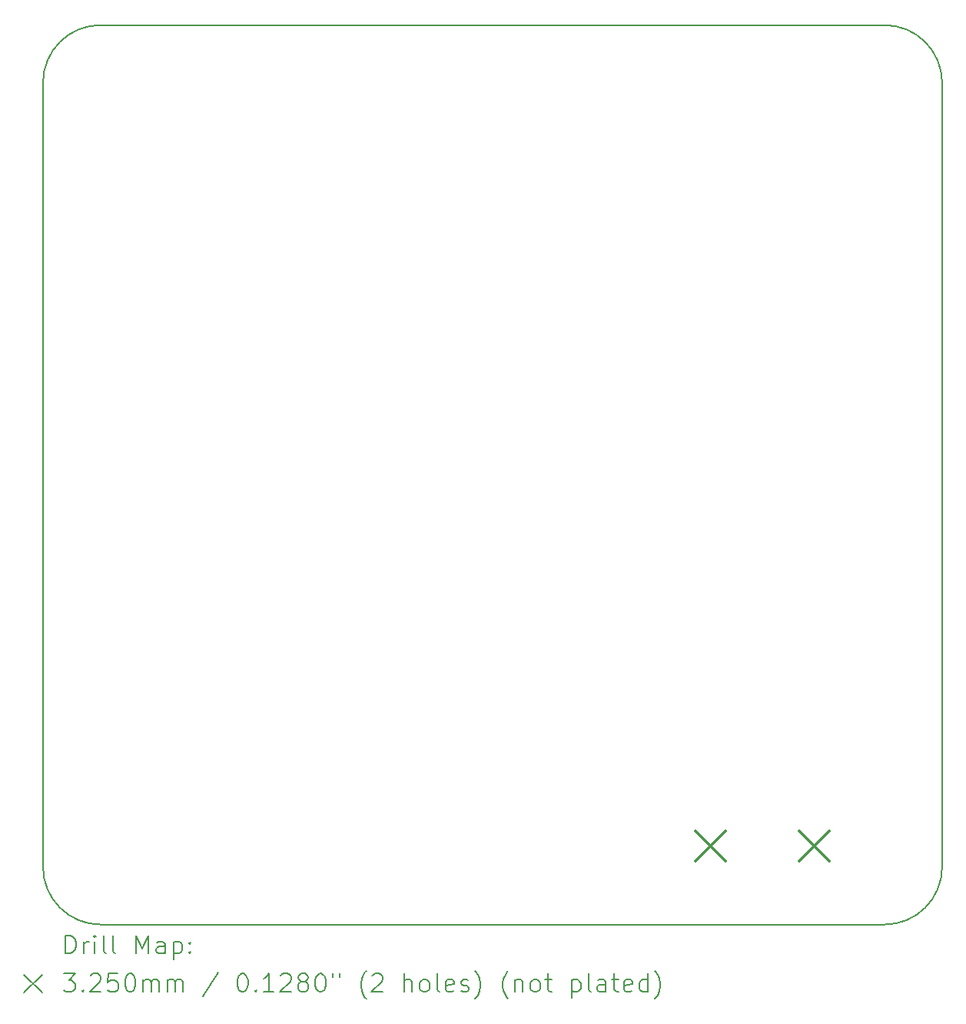
<source format=gbr>
%FSLAX45Y45*%
G04 Gerber Fmt 4.5, Leading zero omitted, Abs format (unit mm)*
G04 Created by KiCad (PCBNEW 6.0.2+dfsg-1) date 2023-04-26 18:20:12*
%MOMM*%
%LPD*%
G01*
G04 APERTURE LIST*
%TA.AperFunction,Profile*%
%ADD10C,0.200000*%
%TD*%
%ADD11C,0.200000*%
%ADD12C,0.325000*%
G04 APERTURE END LIST*
D10*
X9525000Y-3683000D02*
X18161000Y-3683000D01*
X18161000Y-13589000D02*
X9525000Y-13589000D01*
X18796000Y-4318000D02*
X18796000Y-12954000D01*
X8890000Y-12954000D02*
G75*
G03*
X9525000Y-13589000I635000J0D01*
G01*
X18796000Y-4318000D02*
G75*
G03*
X18161000Y-3683000I-635000J0D01*
G01*
X8890000Y-12954000D02*
X8890000Y-4318000D01*
X18161000Y-13589000D02*
G75*
G03*
X18796000Y-12954000I0J635000D01*
G01*
X9525000Y-3683000D02*
G75*
G03*
X8890000Y-4318000I0J-635000D01*
G01*
D11*
D12*
X16080800Y-12562900D02*
X16405800Y-12887900D01*
X16405800Y-12562900D02*
X16080800Y-12887900D01*
X17223800Y-12562900D02*
X17548800Y-12887900D01*
X17548800Y-12562900D02*
X17223800Y-12887900D01*
D11*
X9137619Y-13909476D02*
X9137619Y-13709476D01*
X9185238Y-13709476D01*
X9213810Y-13719000D01*
X9232857Y-13738048D01*
X9242381Y-13757095D01*
X9251905Y-13795190D01*
X9251905Y-13823762D01*
X9242381Y-13861857D01*
X9232857Y-13880905D01*
X9213810Y-13899952D01*
X9185238Y-13909476D01*
X9137619Y-13909476D01*
X9337619Y-13909476D02*
X9337619Y-13776143D01*
X9337619Y-13814238D02*
X9347143Y-13795190D01*
X9356667Y-13785667D01*
X9375714Y-13776143D01*
X9394762Y-13776143D01*
X9461429Y-13909476D02*
X9461429Y-13776143D01*
X9461429Y-13709476D02*
X9451905Y-13719000D01*
X9461429Y-13728524D01*
X9470952Y-13719000D01*
X9461429Y-13709476D01*
X9461429Y-13728524D01*
X9585238Y-13909476D02*
X9566190Y-13899952D01*
X9556667Y-13880905D01*
X9556667Y-13709476D01*
X9690000Y-13909476D02*
X9670952Y-13899952D01*
X9661429Y-13880905D01*
X9661429Y-13709476D01*
X9918571Y-13909476D02*
X9918571Y-13709476D01*
X9985238Y-13852333D01*
X10051905Y-13709476D01*
X10051905Y-13909476D01*
X10232857Y-13909476D02*
X10232857Y-13804714D01*
X10223333Y-13785667D01*
X10204286Y-13776143D01*
X10166190Y-13776143D01*
X10147143Y-13785667D01*
X10232857Y-13899952D02*
X10213810Y-13909476D01*
X10166190Y-13909476D01*
X10147143Y-13899952D01*
X10137619Y-13880905D01*
X10137619Y-13861857D01*
X10147143Y-13842809D01*
X10166190Y-13833286D01*
X10213810Y-13833286D01*
X10232857Y-13823762D01*
X10328095Y-13776143D02*
X10328095Y-13976143D01*
X10328095Y-13785667D02*
X10347143Y-13776143D01*
X10385238Y-13776143D01*
X10404286Y-13785667D01*
X10413810Y-13795190D01*
X10423333Y-13814238D01*
X10423333Y-13871381D01*
X10413810Y-13890428D01*
X10404286Y-13899952D01*
X10385238Y-13909476D01*
X10347143Y-13909476D01*
X10328095Y-13899952D01*
X10509048Y-13890428D02*
X10518571Y-13899952D01*
X10509048Y-13909476D01*
X10499524Y-13899952D01*
X10509048Y-13890428D01*
X10509048Y-13909476D01*
X10509048Y-13785667D02*
X10518571Y-13795190D01*
X10509048Y-13804714D01*
X10499524Y-13795190D01*
X10509048Y-13785667D01*
X10509048Y-13804714D01*
X8680000Y-14139000D02*
X8880000Y-14339000D01*
X8880000Y-14139000D02*
X8680000Y-14339000D01*
X9118571Y-14129476D02*
X9242381Y-14129476D01*
X9175714Y-14205667D01*
X9204286Y-14205667D01*
X9223333Y-14215190D01*
X9232857Y-14224714D01*
X9242381Y-14243762D01*
X9242381Y-14291381D01*
X9232857Y-14310428D01*
X9223333Y-14319952D01*
X9204286Y-14329476D01*
X9147143Y-14329476D01*
X9128095Y-14319952D01*
X9118571Y-14310428D01*
X9328095Y-14310428D02*
X9337619Y-14319952D01*
X9328095Y-14329476D01*
X9318571Y-14319952D01*
X9328095Y-14310428D01*
X9328095Y-14329476D01*
X9413810Y-14148524D02*
X9423333Y-14139000D01*
X9442381Y-14129476D01*
X9490000Y-14129476D01*
X9509048Y-14139000D01*
X9518571Y-14148524D01*
X9528095Y-14167571D01*
X9528095Y-14186619D01*
X9518571Y-14215190D01*
X9404286Y-14329476D01*
X9528095Y-14329476D01*
X9709048Y-14129476D02*
X9613810Y-14129476D01*
X9604286Y-14224714D01*
X9613810Y-14215190D01*
X9632857Y-14205667D01*
X9680476Y-14205667D01*
X9699524Y-14215190D01*
X9709048Y-14224714D01*
X9718571Y-14243762D01*
X9718571Y-14291381D01*
X9709048Y-14310428D01*
X9699524Y-14319952D01*
X9680476Y-14329476D01*
X9632857Y-14329476D01*
X9613810Y-14319952D01*
X9604286Y-14310428D01*
X9842381Y-14129476D02*
X9861429Y-14129476D01*
X9880476Y-14139000D01*
X9890000Y-14148524D01*
X9899524Y-14167571D01*
X9909048Y-14205667D01*
X9909048Y-14253286D01*
X9899524Y-14291381D01*
X9890000Y-14310428D01*
X9880476Y-14319952D01*
X9861429Y-14329476D01*
X9842381Y-14329476D01*
X9823333Y-14319952D01*
X9813810Y-14310428D01*
X9804286Y-14291381D01*
X9794762Y-14253286D01*
X9794762Y-14205667D01*
X9804286Y-14167571D01*
X9813810Y-14148524D01*
X9823333Y-14139000D01*
X9842381Y-14129476D01*
X9994762Y-14329476D02*
X9994762Y-14196143D01*
X9994762Y-14215190D02*
X10004286Y-14205667D01*
X10023333Y-14196143D01*
X10051905Y-14196143D01*
X10070952Y-14205667D01*
X10080476Y-14224714D01*
X10080476Y-14329476D01*
X10080476Y-14224714D02*
X10090000Y-14205667D01*
X10109048Y-14196143D01*
X10137619Y-14196143D01*
X10156667Y-14205667D01*
X10166190Y-14224714D01*
X10166190Y-14329476D01*
X10261429Y-14329476D02*
X10261429Y-14196143D01*
X10261429Y-14215190D02*
X10270952Y-14205667D01*
X10290000Y-14196143D01*
X10318571Y-14196143D01*
X10337619Y-14205667D01*
X10347143Y-14224714D01*
X10347143Y-14329476D01*
X10347143Y-14224714D02*
X10356667Y-14205667D01*
X10375714Y-14196143D01*
X10404286Y-14196143D01*
X10423333Y-14205667D01*
X10432857Y-14224714D01*
X10432857Y-14329476D01*
X10823333Y-14119952D02*
X10651905Y-14377095D01*
X11080476Y-14129476D02*
X11099524Y-14129476D01*
X11118571Y-14139000D01*
X11128095Y-14148524D01*
X11137619Y-14167571D01*
X11147143Y-14205667D01*
X11147143Y-14253286D01*
X11137619Y-14291381D01*
X11128095Y-14310428D01*
X11118571Y-14319952D01*
X11099524Y-14329476D01*
X11080476Y-14329476D01*
X11061429Y-14319952D01*
X11051905Y-14310428D01*
X11042381Y-14291381D01*
X11032857Y-14253286D01*
X11032857Y-14205667D01*
X11042381Y-14167571D01*
X11051905Y-14148524D01*
X11061429Y-14139000D01*
X11080476Y-14129476D01*
X11232857Y-14310428D02*
X11242381Y-14319952D01*
X11232857Y-14329476D01*
X11223333Y-14319952D01*
X11232857Y-14310428D01*
X11232857Y-14329476D01*
X11432857Y-14329476D02*
X11318571Y-14329476D01*
X11375714Y-14329476D02*
X11375714Y-14129476D01*
X11356667Y-14158048D01*
X11337619Y-14177095D01*
X11318571Y-14186619D01*
X11509048Y-14148524D02*
X11518571Y-14139000D01*
X11537619Y-14129476D01*
X11585238Y-14129476D01*
X11604286Y-14139000D01*
X11613809Y-14148524D01*
X11623333Y-14167571D01*
X11623333Y-14186619D01*
X11613809Y-14215190D01*
X11499524Y-14329476D01*
X11623333Y-14329476D01*
X11737619Y-14215190D02*
X11718571Y-14205667D01*
X11709048Y-14196143D01*
X11699524Y-14177095D01*
X11699524Y-14167571D01*
X11709048Y-14148524D01*
X11718571Y-14139000D01*
X11737619Y-14129476D01*
X11775714Y-14129476D01*
X11794762Y-14139000D01*
X11804286Y-14148524D01*
X11813809Y-14167571D01*
X11813809Y-14177095D01*
X11804286Y-14196143D01*
X11794762Y-14205667D01*
X11775714Y-14215190D01*
X11737619Y-14215190D01*
X11718571Y-14224714D01*
X11709048Y-14234238D01*
X11699524Y-14253286D01*
X11699524Y-14291381D01*
X11709048Y-14310428D01*
X11718571Y-14319952D01*
X11737619Y-14329476D01*
X11775714Y-14329476D01*
X11794762Y-14319952D01*
X11804286Y-14310428D01*
X11813809Y-14291381D01*
X11813809Y-14253286D01*
X11804286Y-14234238D01*
X11794762Y-14224714D01*
X11775714Y-14215190D01*
X11937619Y-14129476D02*
X11956667Y-14129476D01*
X11975714Y-14139000D01*
X11985238Y-14148524D01*
X11994762Y-14167571D01*
X12004286Y-14205667D01*
X12004286Y-14253286D01*
X11994762Y-14291381D01*
X11985238Y-14310428D01*
X11975714Y-14319952D01*
X11956667Y-14329476D01*
X11937619Y-14329476D01*
X11918571Y-14319952D01*
X11909048Y-14310428D01*
X11899524Y-14291381D01*
X11890000Y-14253286D01*
X11890000Y-14205667D01*
X11899524Y-14167571D01*
X11909048Y-14148524D01*
X11918571Y-14139000D01*
X11937619Y-14129476D01*
X12080476Y-14129476D02*
X12080476Y-14167571D01*
X12156667Y-14129476D02*
X12156667Y-14167571D01*
X12451905Y-14405667D02*
X12442381Y-14396143D01*
X12423333Y-14367571D01*
X12413809Y-14348524D01*
X12404286Y-14319952D01*
X12394762Y-14272333D01*
X12394762Y-14234238D01*
X12404286Y-14186619D01*
X12413809Y-14158048D01*
X12423333Y-14139000D01*
X12442381Y-14110428D01*
X12451905Y-14100905D01*
X12518571Y-14148524D02*
X12528095Y-14139000D01*
X12547143Y-14129476D01*
X12594762Y-14129476D01*
X12613809Y-14139000D01*
X12623333Y-14148524D01*
X12632857Y-14167571D01*
X12632857Y-14186619D01*
X12623333Y-14215190D01*
X12509048Y-14329476D01*
X12632857Y-14329476D01*
X12870952Y-14329476D02*
X12870952Y-14129476D01*
X12956667Y-14329476D02*
X12956667Y-14224714D01*
X12947143Y-14205667D01*
X12928095Y-14196143D01*
X12899524Y-14196143D01*
X12880476Y-14205667D01*
X12870952Y-14215190D01*
X13080476Y-14329476D02*
X13061428Y-14319952D01*
X13051905Y-14310428D01*
X13042381Y-14291381D01*
X13042381Y-14234238D01*
X13051905Y-14215190D01*
X13061428Y-14205667D01*
X13080476Y-14196143D01*
X13109048Y-14196143D01*
X13128095Y-14205667D01*
X13137619Y-14215190D01*
X13147143Y-14234238D01*
X13147143Y-14291381D01*
X13137619Y-14310428D01*
X13128095Y-14319952D01*
X13109048Y-14329476D01*
X13080476Y-14329476D01*
X13261428Y-14329476D02*
X13242381Y-14319952D01*
X13232857Y-14300905D01*
X13232857Y-14129476D01*
X13413809Y-14319952D02*
X13394762Y-14329476D01*
X13356667Y-14329476D01*
X13337619Y-14319952D01*
X13328095Y-14300905D01*
X13328095Y-14224714D01*
X13337619Y-14205667D01*
X13356667Y-14196143D01*
X13394762Y-14196143D01*
X13413809Y-14205667D01*
X13423333Y-14224714D01*
X13423333Y-14243762D01*
X13328095Y-14262809D01*
X13499524Y-14319952D02*
X13518571Y-14329476D01*
X13556667Y-14329476D01*
X13575714Y-14319952D01*
X13585238Y-14300905D01*
X13585238Y-14291381D01*
X13575714Y-14272333D01*
X13556667Y-14262809D01*
X13528095Y-14262809D01*
X13509048Y-14253286D01*
X13499524Y-14234238D01*
X13499524Y-14224714D01*
X13509048Y-14205667D01*
X13528095Y-14196143D01*
X13556667Y-14196143D01*
X13575714Y-14205667D01*
X13651905Y-14405667D02*
X13661428Y-14396143D01*
X13680476Y-14367571D01*
X13690000Y-14348524D01*
X13699524Y-14319952D01*
X13709048Y-14272333D01*
X13709048Y-14234238D01*
X13699524Y-14186619D01*
X13690000Y-14158048D01*
X13680476Y-14139000D01*
X13661428Y-14110428D01*
X13651905Y-14100905D01*
X14013809Y-14405667D02*
X14004286Y-14396143D01*
X13985238Y-14367571D01*
X13975714Y-14348524D01*
X13966190Y-14319952D01*
X13956667Y-14272333D01*
X13956667Y-14234238D01*
X13966190Y-14186619D01*
X13975714Y-14158048D01*
X13985238Y-14139000D01*
X14004286Y-14110428D01*
X14013809Y-14100905D01*
X14090000Y-14196143D02*
X14090000Y-14329476D01*
X14090000Y-14215190D02*
X14099524Y-14205667D01*
X14118571Y-14196143D01*
X14147143Y-14196143D01*
X14166190Y-14205667D01*
X14175714Y-14224714D01*
X14175714Y-14329476D01*
X14299524Y-14329476D02*
X14280476Y-14319952D01*
X14270952Y-14310428D01*
X14261428Y-14291381D01*
X14261428Y-14234238D01*
X14270952Y-14215190D01*
X14280476Y-14205667D01*
X14299524Y-14196143D01*
X14328095Y-14196143D01*
X14347143Y-14205667D01*
X14356667Y-14215190D01*
X14366190Y-14234238D01*
X14366190Y-14291381D01*
X14356667Y-14310428D01*
X14347143Y-14319952D01*
X14328095Y-14329476D01*
X14299524Y-14329476D01*
X14423333Y-14196143D02*
X14499524Y-14196143D01*
X14451905Y-14129476D02*
X14451905Y-14300905D01*
X14461428Y-14319952D01*
X14480476Y-14329476D01*
X14499524Y-14329476D01*
X14718571Y-14196143D02*
X14718571Y-14396143D01*
X14718571Y-14205667D02*
X14737619Y-14196143D01*
X14775714Y-14196143D01*
X14794762Y-14205667D01*
X14804286Y-14215190D01*
X14813809Y-14234238D01*
X14813809Y-14291381D01*
X14804286Y-14310428D01*
X14794762Y-14319952D01*
X14775714Y-14329476D01*
X14737619Y-14329476D01*
X14718571Y-14319952D01*
X14928095Y-14329476D02*
X14909048Y-14319952D01*
X14899524Y-14300905D01*
X14899524Y-14129476D01*
X15090000Y-14329476D02*
X15090000Y-14224714D01*
X15080476Y-14205667D01*
X15061428Y-14196143D01*
X15023333Y-14196143D01*
X15004286Y-14205667D01*
X15090000Y-14319952D02*
X15070952Y-14329476D01*
X15023333Y-14329476D01*
X15004286Y-14319952D01*
X14994762Y-14300905D01*
X14994762Y-14281857D01*
X15004286Y-14262809D01*
X15023333Y-14253286D01*
X15070952Y-14253286D01*
X15090000Y-14243762D01*
X15156667Y-14196143D02*
X15232857Y-14196143D01*
X15185238Y-14129476D02*
X15185238Y-14300905D01*
X15194762Y-14319952D01*
X15213809Y-14329476D01*
X15232857Y-14329476D01*
X15375714Y-14319952D02*
X15356667Y-14329476D01*
X15318571Y-14329476D01*
X15299524Y-14319952D01*
X15290000Y-14300905D01*
X15290000Y-14224714D01*
X15299524Y-14205667D01*
X15318571Y-14196143D01*
X15356667Y-14196143D01*
X15375714Y-14205667D01*
X15385238Y-14224714D01*
X15385238Y-14243762D01*
X15290000Y-14262809D01*
X15556667Y-14329476D02*
X15556667Y-14129476D01*
X15556667Y-14319952D02*
X15537619Y-14329476D01*
X15499524Y-14329476D01*
X15480476Y-14319952D01*
X15470952Y-14310428D01*
X15461428Y-14291381D01*
X15461428Y-14234238D01*
X15470952Y-14215190D01*
X15480476Y-14205667D01*
X15499524Y-14196143D01*
X15537619Y-14196143D01*
X15556667Y-14205667D01*
X15632857Y-14405667D02*
X15642381Y-14396143D01*
X15661428Y-14367571D01*
X15670952Y-14348524D01*
X15680476Y-14319952D01*
X15690000Y-14272333D01*
X15690000Y-14234238D01*
X15680476Y-14186619D01*
X15670952Y-14158048D01*
X15661428Y-14139000D01*
X15642381Y-14110428D01*
X15632857Y-14100905D01*
M02*

</source>
